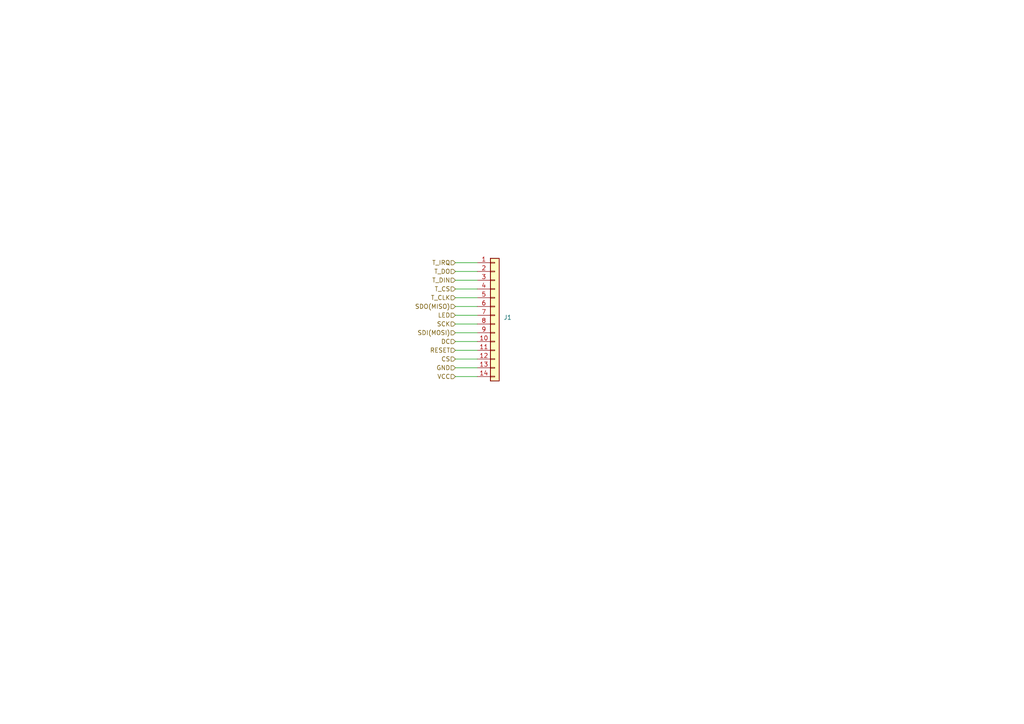
<source format=kicad_sch>
(kicad_sch (version 20230121) (generator eeschema)
  (paper "A4")
  (lib_symbols
    (symbol "Connector_Generic:Conn_01x14" (pin_names (offset 1.016) hide)
      (property "Reference" "J" (at 0 17.78 0))
      (property "Value" "Conn_01x14" (at 0 -20.32 0))
      (symbol "Conn_01x14_1_1"
        (rectangle (start -1.27 -17.653) (end 0 -17.907) (stroke (width 0.1524)))
        (rectangle (start -1.27 -15.113) (end 0 -15.367) (stroke (width 0.1524)))
        (rectangle (start -1.27 -12.573) (end 0 -12.827) (stroke (width 0.1524)))
        (rectangle (start -1.27 -10.033) (end 0 -10.287) (stroke (width 0.1524)))
        (rectangle (start -1.27 -7.493) (end 0 -7.747) (stroke (width 0.1524)))
        (rectangle (start -1.27 -4.953) (end 0 -5.207) (stroke (width 0.1524)))
        (rectangle (start -1.27 -2.413) (end 0 -2.667) (stroke (width 0.1524)))
        (rectangle (start -1.27 0.127) (end 0 -0.127) (stroke (width 0.1524)))
        (rectangle (start -1.27 2.667) (end 0 2.413) (stroke (width 0.1524)))
        (rectangle (start -1.27 5.207) (end 0 4.953) (stroke (width 0.1524)))
        (rectangle (start -1.27 7.747) (end 0 7.493) (stroke (width 0.1524)))
        (rectangle (start -1.27 10.287) (end 0 10.033) (stroke (width 0.1524)))
        (rectangle (start -1.27 12.827) (end 0 12.573) (stroke (width 0.1524)))
        (rectangle (start -1.27 15.367) (end 0 15.113) (stroke (width 0.1524)))
        (rectangle (start -1.27 16.51) (end 1.27 -19.05) (stroke (width 0.254)) (fill (type background)))
        (pin passive line (at -5.08 15.24 0) (length 3.81) (name "Pin_1") (number "1"))
        (pin passive line (at -5.08 -7.62 0) (length 3.81) (name "Pin_10") (number "10"))
        (pin passive line (at -5.08 -10.16 0) (length 3.81) (name "Pin_11") (number "11"))
        (pin passive line (at -5.08 -12.7 0) (length 3.81) (name "Pin_12") (number "12"))
        (pin passive line (at -5.08 -15.24 0) (length 3.81) (name "Pin_13") (number "13"))
        (pin passive line (at -5.08 -17.78 0) (length 3.81) (name "Pin_14") (number "14"))
        (pin passive line (at -5.08 12.7 0) (length 3.81) (name "Pin_2") (number "2"))
        (pin passive line (at -5.08 10.16 0) (length 3.81) (name "Pin_3") (number "3"))
        (pin passive line (at -5.08 7.62 0) (length 3.81) (name "Pin_4") (number "4"))
        (pin passive line (at -5.08 5.08 0) (length 3.81) (name "Pin_5") (number "5"))
        (pin passive line (at -5.08 2.54 0) (length 3.81) (name "Pin_6") (number "6"))
        (pin passive line (at -5.08 0 0) (length 3.81) (name "Pin_7") (number "7"))
        (pin passive line (at -5.08 -2.54 0) (length 3.81) (name "Pin_8") (number "8"))
        (pin passive line (at -5.08 -5.08 0) (length 3.81) (name "Pin_9") (number "9"))
      )
    )
  )
  (wire (pts (xy 132.08 109.22) (xy 138.43 109.22)))
  (wire (pts (xy 132.08 104.14) (xy 138.43 104.14)))
  (wire (pts (xy 132.08 83.82) (xy 138.43 83.82)))
  (wire (pts (xy 132.08 88.9) (xy 138.43 88.9)))
  (wire (pts (xy 132.08 93.98) (xy 138.43 93.98)))
  (wire (pts (xy 132.08 101.6) (xy 138.43 101.6)))
  (wire (pts (xy 132.08 86.36) (xy 138.43 86.36)))
  (wire (pts (xy 132.08 78.74) (xy 138.43 78.74)))
  (wire (pts (xy 132.08 91.44) (xy 138.43 91.44)))
  (wire (pts (xy 132.08 81.28) (xy 138.43 81.28)))
  (wire (pts (xy 132.08 96.52) (xy 138.43 96.52)))
  (wire (pts (xy 132.08 99.06) (xy 138.43 99.06)))
  (wire (pts (xy 132.08 106.68) (xy 138.43 106.68)))
  (wire (pts (xy 132.08 76.2) (xy 138.43 76.2)))
  (hierarchical_label "RESET" (shape input) (at 132.08 101.6 180))
  (hierarchical_label "VCC" (shape input) (at 132.08 109.22 180))
  (hierarchical_label "T_DO" (shape input) (at 132.08 78.74 180))
  (hierarchical_label "DC" (shape input) (at 132.08 99.06 180))
  (hierarchical_label "T_IRQ" (shape input) (at 132.08 76.2 180))
  (hierarchical_label "LED" (shape input) (at 132.08 91.44 180))
  (hierarchical_label "SDI(MOSI)" (shape input) (at 132.08 96.52 180))
  (hierarchical_label "T_CLK" (shape input) (at 132.08 86.36 180))
  (hierarchical_label "T_DIN" (shape input) (at 132.08 81.28 180))
  (hierarchical_label "T_CS" (shape input) (at 132.08 83.82 180))
  (hierarchical_label "SCK" (shape input) (at 132.08 93.98 180))
  (hierarchical_label "GND" (shape input) (at 132.08 106.68 180))
  (hierarchical_label "SDO(MISO)" (shape input) (at 132.08 88.9 180))
  (hierarchical_label "CS" (shape input) (at 132.08 104.14 180))
  (symbol (lib_id "Connector_Generic:Conn_01x14") (at 143.51 91.44 0) (unit 1)
    (property "Reference" "J1" (at 146.05 92.075 0) (effects (justify left)))
    (property "Value" "Conn_01x14" (effects hide))
    (property "Footprint" "Connector_PinHeader_2.54mm:PinHeader_1x14_P2.54mm_Vertical" (effects hide))
  )
)
</source>
